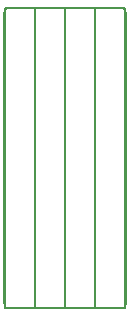
<source format=gto>
G75*
%MOIN*%
%OFA0B0*%
%FSLAX25Y25*%
%IPPOS*%
%LPD*%
%AMOC8*
5,1,8,0,0,1.08239X$1,22.5*
%
%ADD10C,0.00000*%
%ADD11C,0.00500*%
D10*
X0003756Y0028933D02*
X0039756Y0028933D01*
X0039854Y0028935D01*
X0039952Y0028941D01*
X0040050Y0028950D01*
X0040147Y0028964D01*
X0040244Y0028981D01*
X0040340Y0029002D01*
X0040435Y0029027D01*
X0040529Y0029055D01*
X0040621Y0029088D01*
X0040713Y0029123D01*
X0040803Y0029163D01*
X0040891Y0029205D01*
X0040978Y0029252D01*
X0041062Y0029301D01*
X0041145Y0029354D01*
X0041225Y0029410D01*
X0041304Y0029470D01*
X0041380Y0029532D01*
X0041453Y0029597D01*
X0041524Y0029665D01*
X0041592Y0029736D01*
X0041657Y0029809D01*
X0041719Y0029885D01*
X0041779Y0029964D01*
X0041835Y0030044D01*
X0041888Y0030127D01*
X0041937Y0030211D01*
X0041984Y0030298D01*
X0042026Y0030386D01*
X0042066Y0030476D01*
X0042101Y0030568D01*
X0042134Y0030660D01*
X0042162Y0030754D01*
X0042187Y0030849D01*
X0042208Y0030945D01*
X0042225Y0031042D01*
X0042239Y0031139D01*
X0042248Y0031237D01*
X0042254Y0031335D01*
X0042256Y0031433D01*
X0042256Y0126884D01*
X0042254Y0126984D01*
X0042248Y0127084D01*
X0042238Y0127184D01*
X0042225Y0127283D01*
X0042207Y0127381D01*
X0042186Y0127479D01*
X0042160Y0127576D01*
X0042131Y0127672D01*
X0042098Y0127767D01*
X0042062Y0127860D01*
X0042022Y0127952D01*
X0041978Y0128042D01*
X0041931Y0128130D01*
X0041880Y0128216D01*
X0041826Y0128301D01*
X0041769Y0128383D01*
X0041709Y0128463D01*
X0041645Y0128540D01*
X0041579Y0128615D01*
X0041509Y0128687D01*
X0041437Y0128757D01*
X0041362Y0128823D01*
X0041285Y0128887D01*
X0041205Y0128947D01*
X0041123Y0129004D01*
X0041038Y0129058D01*
X0040952Y0129109D01*
X0040864Y0129156D01*
X0040774Y0129200D01*
X0040682Y0129240D01*
X0040589Y0129276D01*
X0040494Y0129309D01*
X0040398Y0129338D01*
X0040301Y0129364D01*
X0040203Y0129385D01*
X0040105Y0129403D01*
X0040006Y0129416D01*
X0039906Y0129426D01*
X0039806Y0129432D01*
X0039706Y0129434D01*
X0039706Y0129433D02*
X0003805Y0129433D01*
X0003805Y0129434D02*
X0003705Y0129432D01*
X0003605Y0129426D01*
X0003505Y0129416D01*
X0003406Y0129403D01*
X0003308Y0129385D01*
X0003210Y0129364D01*
X0003113Y0129338D01*
X0003017Y0129309D01*
X0002922Y0129276D01*
X0002829Y0129240D01*
X0002737Y0129200D01*
X0002647Y0129156D01*
X0002559Y0129109D01*
X0002473Y0129058D01*
X0002388Y0129004D01*
X0002306Y0128947D01*
X0002226Y0128887D01*
X0002149Y0128823D01*
X0002074Y0128757D01*
X0002002Y0128687D01*
X0001932Y0128615D01*
X0001866Y0128540D01*
X0001802Y0128463D01*
X0001742Y0128383D01*
X0001685Y0128301D01*
X0001631Y0128216D01*
X0001580Y0128130D01*
X0001533Y0128042D01*
X0001489Y0127952D01*
X0001449Y0127860D01*
X0001413Y0127767D01*
X0001380Y0127672D01*
X0001351Y0127576D01*
X0001325Y0127479D01*
X0001304Y0127381D01*
X0001286Y0127283D01*
X0001273Y0127184D01*
X0001263Y0127084D01*
X0001257Y0126984D01*
X0001255Y0126884D01*
X0001256Y0126884D02*
X0001256Y0031433D01*
X0001258Y0031335D01*
X0001264Y0031237D01*
X0001273Y0031139D01*
X0001287Y0031042D01*
X0001304Y0030945D01*
X0001325Y0030849D01*
X0001350Y0030754D01*
X0001378Y0030660D01*
X0001411Y0030568D01*
X0001446Y0030476D01*
X0001486Y0030386D01*
X0001528Y0030298D01*
X0001575Y0030211D01*
X0001624Y0030127D01*
X0001677Y0030044D01*
X0001733Y0029964D01*
X0001793Y0029885D01*
X0001855Y0029809D01*
X0001920Y0029736D01*
X0001988Y0029665D01*
X0002059Y0029597D01*
X0002132Y0029532D01*
X0002208Y0029470D01*
X0002287Y0029410D01*
X0002367Y0029354D01*
X0002450Y0029301D01*
X0002534Y0029252D01*
X0002621Y0029205D01*
X0002709Y0029163D01*
X0002799Y0029123D01*
X0002891Y0029088D01*
X0002983Y0029055D01*
X0003077Y0029027D01*
X0003172Y0029002D01*
X0003268Y0028981D01*
X0003365Y0028964D01*
X0003462Y0028950D01*
X0003560Y0028941D01*
X0003658Y0028935D01*
X0003756Y0028933D01*
D11*
X0001756Y0029183D02*
X0011756Y0029183D01*
X0011756Y0129183D01*
X0001756Y0129183D01*
X0001756Y0029183D01*
X0011756Y0029183D02*
X0021756Y0029183D01*
X0021756Y0129183D01*
X0011756Y0129183D01*
X0011756Y0029183D01*
X0021756Y0029183D02*
X0031756Y0029183D01*
X0031756Y0129183D01*
X0021756Y0129183D01*
X0021756Y0029183D01*
X0031756Y0029183D02*
X0041756Y0029183D01*
X0041756Y0129183D01*
X0031756Y0129183D01*
X0031756Y0029183D01*
M02*

</source>
